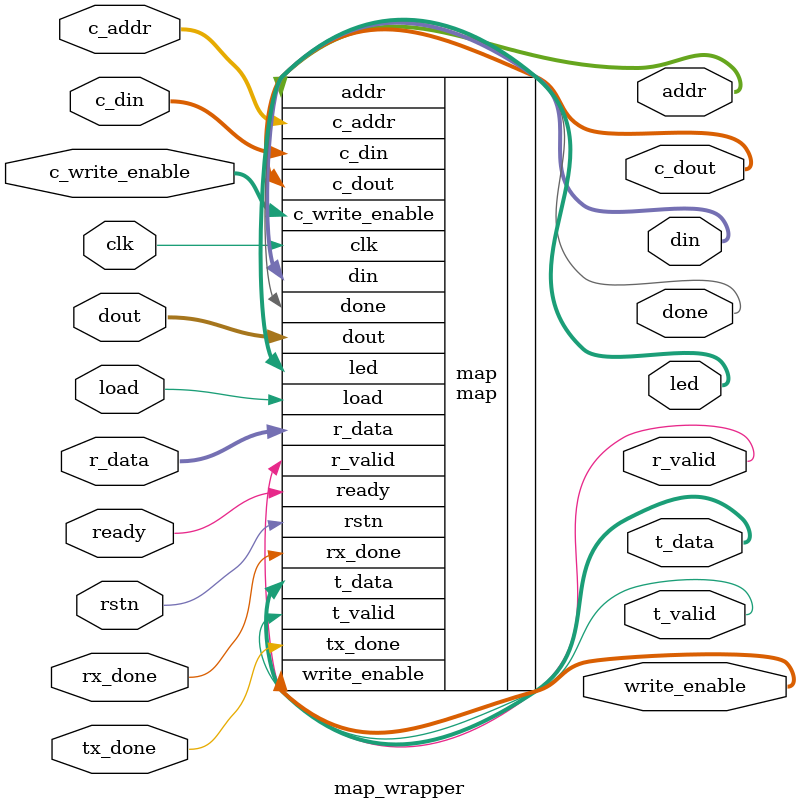
<source format=v>
`timescale 1ns / 1ps


// memory proxy. maps connections by receiveved addr.
module map_wrapper(
    // to ports 
    input wire clk, 
    input wire rstn,
    output wire [7:0] led,
    
    output wire [31:0] din,
    output wire [31:0] addr,
    output wire [3:0] write_enable,
    input  wire [31:0] dout,

    // to uart  
    input  wire ready,
    input  wire [7:0]r_data,
    output wire [7:0]t_data,
    output wire t_valid,
    output wire r_valid,
    input tx_done,
    input rx_done,
 
    // from/to core
    input wire [31:0] c_din,
    input wire [31:0] c_addr,
    input wire [3:0] c_write_enable,
    output wire [31:0] c_dout,
    output wire done,
    input wire load

    );
    map map(
        .clk(clk),
        .rstn(rstn),
        .led(led), 
        .din(din), 
        .addr(addr), 
        .write_enable(write_enable),
        .dout(dout),
        .c_din(c_din),
        .c_write_enable(c_write_enable),
        .c_dout(c_dout),
        .c_addr(c_addr),
        .done(done),
        .ready(ready),
        .r_data(r_data),
        .t_data(t_data),
        .t_valid(t_valid),
        .r_valid(r_valid),
        .tx_done(tx_done),
        .rx_done(rx_done),
        .load(load)
    );
endmodule

</source>
